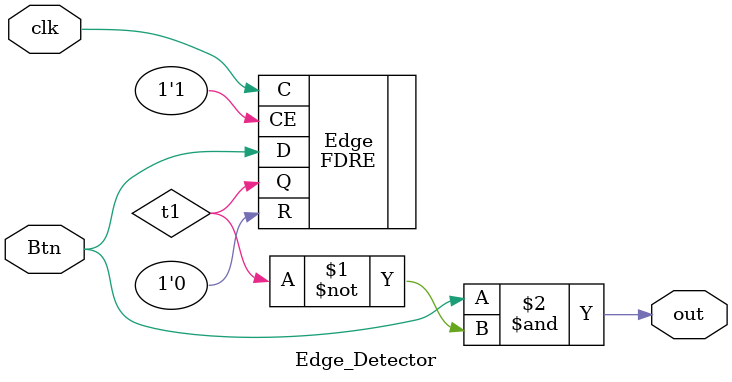
<source format=v>
`timescale 1ns / 1ps


module Edge_Detector(
    input Btn, clk,
    output out
    );
    
    wire t1;
    
    FDRE #(.INIT(1'b0)) Edge (.C(clk), .R(1'b0), .CE(1'b1), .D(Btn), .Q(t1));
    
    assign out = Btn&~t1;
    
endmodule

</source>
